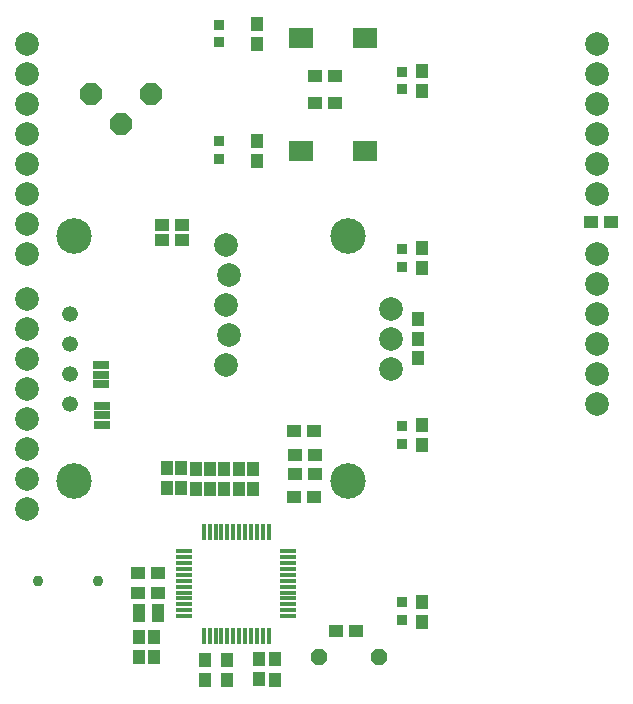
<source format=gts>
G75*
%MOIN*%
%OFA0B0*%
%FSLAX25Y25*%
%IPPOS*%
%LPD*%
%AMOC8*
5,1,8,0,0,1.08239X$1,22.5*
%
%ADD10C,0.05224*%
%ADD11C,0.11839*%
%ADD12R,0.08374X0.06799*%
%ADD13R,0.05618X0.01327*%
%ADD14R,0.01327X0.05618*%
%ADD15R,0.04831X0.04437*%
%ADD16R,0.04437X0.04831*%
%ADD17OC8,0.07100*%
%ADD18R,0.03650X0.03650*%
%ADD19C,0.07900*%
%ADD20R,0.04437X0.06209*%
%ADD21OC8,0.05300*%
%ADD22C,0.03672*%
%ADD23R,0.05500X0.02500*%
D10*
X0037194Y0157366D03*
X0037194Y0167366D03*
X0037194Y0177366D03*
X0037194Y0187366D03*
D11*
X0038572Y0213272D03*
X0038572Y0131776D03*
X0129911Y0131776D03*
X0129911Y0213272D03*
D12*
X0135541Y0241736D03*
X0114281Y0241736D03*
X0114281Y0279531D03*
X0135541Y0279531D03*
D13*
X0110069Y0108350D03*
X0110069Y0106382D03*
X0110069Y0104413D03*
X0110069Y0102445D03*
X0110069Y0100476D03*
X0110069Y0098508D03*
X0110069Y0096539D03*
X0110069Y0094571D03*
X0110069Y0092602D03*
X0110069Y0090634D03*
X0110069Y0088665D03*
X0110069Y0086697D03*
X0075423Y0086697D03*
X0075423Y0088665D03*
X0075423Y0090634D03*
X0075423Y0092602D03*
X0075423Y0094571D03*
X0075423Y0096539D03*
X0075423Y0098508D03*
X0075423Y0100476D03*
X0075423Y0102445D03*
X0075423Y0104413D03*
X0075423Y0106382D03*
X0075423Y0108350D03*
D14*
X0081919Y0114846D03*
X0083887Y0114846D03*
X0085856Y0114846D03*
X0087824Y0114846D03*
X0089793Y0114846D03*
X0091761Y0114846D03*
X0093730Y0114846D03*
X0095698Y0114846D03*
X0097667Y0114846D03*
X0099635Y0114846D03*
X0101604Y0114846D03*
X0103572Y0114846D03*
X0103572Y0080201D03*
X0101604Y0080201D03*
X0099635Y0080201D03*
X0097667Y0080201D03*
X0095698Y0080201D03*
X0093730Y0080201D03*
X0091761Y0080201D03*
X0089793Y0080201D03*
X0087824Y0080201D03*
X0085856Y0080201D03*
X0083887Y0080201D03*
X0081919Y0080201D03*
D15*
X0066646Y0094559D03*
X0066646Y0101162D03*
X0059954Y0101162D03*
X0059954Y0094559D03*
X0112097Y0126556D03*
X0118790Y0126556D03*
X0118948Y0134194D03*
X0118948Y0140572D03*
X0118790Y0148407D03*
X0112097Y0148407D03*
X0112255Y0140572D03*
X0112255Y0134194D03*
X0126069Y0081682D03*
X0132762Y0081682D03*
X0074546Y0212184D03*
X0074546Y0217184D03*
X0067854Y0217184D03*
X0067854Y0212184D03*
X0118887Y0257917D03*
X0125580Y0257917D03*
X0125659Y0266894D03*
X0118966Y0266894D03*
X0210895Y0218154D03*
X0217588Y0218154D03*
D16*
X0060214Y0073084D03*
X0065500Y0073083D03*
X0065500Y0079776D03*
X0060214Y0079777D03*
X0082400Y0072131D03*
X0082400Y0065438D03*
X0089793Y0065438D03*
X0089793Y0072131D03*
X0100350Y0072341D03*
X0100350Y0065648D03*
X0105760Y0065598D03*
X0105760Y0072291D03*
X0098380Y0129008D03*
X0093540Y0128948D03*
X0088830Y0129048D03*
X0084030Y0129048D03*
X0079230Y0129135D03*
X0074430Y0129268D03*
X0069630Y0129268D03*
X0069630Y0135961D03*
X0074430Y0135961D03*
X0079230Y0135828D03*
X0084030Y0135741D03*
X0088830Y0135741D03*
X0093540Y0135641D03*
X0098380Y0135701D03*
X0153244Y0172793D03*
X0153244Y0179100D03*
X0153244Y0185793D03*
X0154832Y0202839D03*
X0154832Y0209531D03*
X0154832Y0261894D03*
X0154832Y0268587D03*
X0099557Y0277406D03*
X0099557Y0284098D03*
X0099557Y0245240D03*
X0099557Y0238547D03*
X0154832Y0150476D03*
X0154832Y0143783D03*
X0154832Y0091421D03*
X0154832Y0084728D03*
D17*
X0054439Y0250673D03*
X0064439Y0260673D03*
X0044439Y0260673D03*
D18*
X0086840Y0245122D03*
X0086840Y0239217D03*
X0086998Y0277996D03*
X0086998Y0283902D03*
X0147943Y0268193D03*
X0147943Y0262287D03*
X0147943Y0209138D03*
X0147943Y0203232D03*
X0147943Y0150083D03*
X0147943Y0144177D03*
X0147943Y0091421D03*
X0147943Y0085516D03*
D19*
X0144466Y0169042D03*
X0144466Y0179042D03*
X0144466Y0189042D03*
X0090293Y0180594D03*
X0089293Y0170594D03*
X0089293Y0190594D03*
X0090293Y0200594D03*
X0089293Y0210594D03*
X0022982Y0207524D03*
X0022982Y0217524D03*
X0022982Y0227524D03*
X0022982Y0237524D03*
X0022982Y0247524D03*
X0022982Y0257524D03*
X0022982Y0267524D03*
X0022982Y0277524D03*
X0022982Y0192524D03*
X0022982Y0182524D03*
X0022982Y0172524D03*
X0022982Y0162524D03*
X0022982Y0152524D03*
X0022982Y0142524D03*
X0022982Y0132524D03*
X0022982Y0122524D03*
X0212982Y0157524D03*
X0212982Y0167524D03*
X0212982Y0177524D03*
X0212982Y0187524D03*
X0212982Y0197524D03*
X0212982Y0207524D03*
X0212982Y0227524D03*
X0212982Y0237524D03*
X0212982Y0247524D03*
X0212982Y0257524D03*
X0212982Y0267524D03*
X0212982Y0277524D03*
D20*
X0066548Y0087661D03*
X0060249Y0087661D03*
D21*
X0120273Y0073234D03*
X0140273Y0073234D03*
D22*
X0046683Y0098311D03*
X0026604Y0098311D03*
D23*
X0048008Y0150455D03*
X0048008Y0153655D03*
X0048008Y0156855D03*
X0047661Y0164005D03*
X0047661Y0167205D03*
X0047661Y0170405D03*
M02*

</source>
